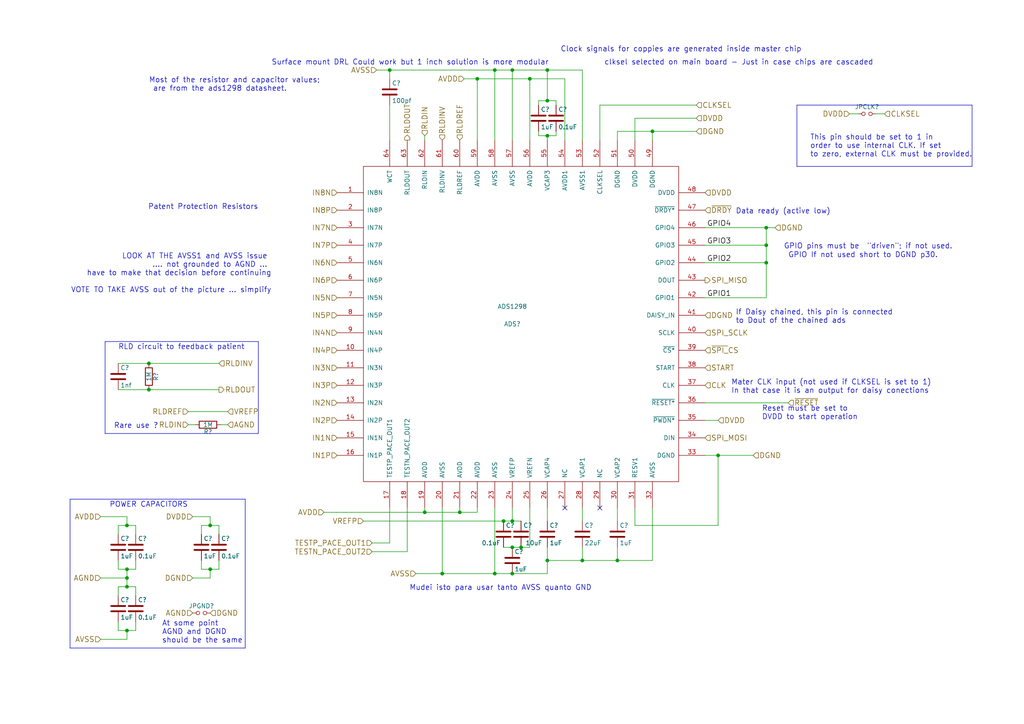
<source format=kicad_sch>
(kicad_sch (version 20231120) (generator "eeschema") (generator_version "8.0")
  (paper "A4")
  (title_block (title "ADC_ADS1298_Main") (date "18 jan 2017") (rev "0.01") (company "NCP") (comment 1 "Marcio Moraes") (comment 2 "NNC"))
  (lib_symbols
    (symbol "ADS1298:C" (pin_numbers hide) (pin_names (offset 0.254))
      (property "Reference" "C" (at 0.635 2.54 0))
      (property "Value" "C" (at 0.635 -2.54 0))
      (symbol "C_0_1"
        (polyline (pts (xy -2.032 -0.762) (xy 2.032 -0.762)) (stroke (width 0.508)))
        (polyline (pts (xy -2.032 0.762) (xy 2.032 0.762)) (stroke (width 0.508)))
      )
      (symbol "C_1_1"
        (pin passive line (at 0 3.81 270) (length 2.794) (name "~") (number "1"))
        (pin passive line (at 0 -3.81 90) (length 2.794) (name "~") (number "2"))
      )
    )
    (symbol "ADS1298:Jumper_NO_Small" (pin_numbers hide) (pin_names (offset 0.762) hide)
      (property "Reference" "JP" (at 0 2.032 0))
      (property "Value" "Jumper_NO_Small" (at 0.254 -1.524 0))
      (symbol "Jumper_NO_Small_0_1"
        (circle (center -1.016 0) (radius 0.508))
        (circle (center 1.016 0) (radius 0.508))
        (pin passive line (at -2.54 0 0) (length 1.016) (name "1") (number "1"))
        (pin passive line (at 2.54 0 180) (length 1.016) (name "2") (number "2"))
      )
    )
    (symbol "ADS1298:R" (pin_numbers hide) (pin_names (offset 0))
      (property "Reference" "R" (at 2.032 0 90))
      (property "Value" "R" (at 0 0 90))
      (symbol "R_0_1"
        (rectangle (start -1.016 -2.54) (end 1.016 2.54) (stroke (width 0.254)))
      )
      (symbol "R_1_1"
        (pin passive line (at 0 3.81 270) (length 1.27) (name "~") (number "1"))
        (pin passive line (at 0 -3.81 90) (length 1.27) (name "~") (number "2"))
      )
    )
    (symbol "ADS1298:ads1298" (pin_names (offset 1.016))
      (property "Reference" "U" (at 0 -3.81 0))
      (property "Value" "ads1298" (at 0 1.27 0))
      (symbol "ads1298_0_0"
        (rectangle (start -43.18 -48.26) (end 48.26 43.18))
      )
      (symbol "ads1298_1_1"
        (pin input line (at -50.8 35.56 0) (length 7.62) (name "IN8N") (number "1"))
        (pin input line (at -50.8 -10.16 0) (length 7.62) (name "IN4P") (number "10"))
        (pin input line (at -50.8 -15.24 0) (length 7.62) (name "IN3N") (number "11"))
        (pin input line (at -50.8 -20.32 0) (length 7.62) (name "IN3P") (number "12"))
        (pin input line (at -50.8 -25.4 0) (length 7.62) (name "IN2N") (number "13"))
        (pin input line (at -50.8 -30.48 0) (length 7.62) (name "IN2P") (number "14"))
        (pin input line (at -50.8 -35.56 0) (length 7.62) (name "IN1N") (number "15"))
        (pin input line (at -50.8 -40.64 0) (length 7.62) (name "IN1P") (number "16"))
        (pin passive line (at -35.56 -55.88 90) (length 7.62) (name "TESTP_PACE_OUT1") (number "17"))
        (pin passive line (at -30.48 -55.88 90) (length 7.62) (name "TESTN_PACE_OUT2") (number "18"))
        (pin input line (at -25.4 -55.88 90) (length 7.62) (name "AVDD") (number "19"))
        (pin input line (at -50.8 30.48 0) (length 7.62) (name "IN8P") (number "2"))
        (pin input line (at -20.32 -55.88 90) (length 7.62) (name "AVSS") (number "20"))
        (pin input line (at -15.24 -55.88 90) (length 7.62) (name "AVDD") (number "21"))
        (pin output line (at -10.16 -55.88 90) (length 7.62) (name "AVDD") (number "22"))
        (pin passive line (at -5.08 -55.88 90) (length 7.62) (name "AVSS") (number "23"))
        (pin bidirectional line (at 0 -55.88 90) (length 7.62) (name "VREFP") (number "24"))
        (pin input line (at 5.08 -55.88 90) (length 7.62) (name "VREFN") (number "25"))
        (pin passive line (at 10.16 -55.88 90) (length 7.62) (name "VCAP4") (number "26"))
        (pin input line (at 15.24 -55.88 90) (length 7.62) (name "NC") (number "27"))
        (pin passive line (at 20.32 -55.88 90) (length 7.62) (name "VCAP1") (number "28"))
        (pin input line (at 25.4 -55.88 90) (length 7.62) (name "NC") (number "29"))
        (pin input line (at -50.8 25.4 0) (length 7.62) (name "IN7N") (number "3"))
        (pin passive line (at 30.48 -55.88 90) (length 7.62) (name "VCAP2") (number "30"))
        (pin input line (at 35.56 -55.88 90) (length 7.62) (name "RESV1") (number "31"))
        (pin input line (at 40.64 -55.88 90) (length 7.62) (name "AVSS") (number "32"))
        (pin input line (at 55.88 -40.64 180) (length 7.62) (name "DGND") (number "33"))
        (pin passive line (at 55.88 -35.56 180) (length 7.62) (name "DIN") (number "34"))
        (pin input line (at 55.88 -30.48 180) (length 7.62) (name "~{PWDN*}") (number "35"))
        (pin input line (at 55.88 -25.4 180) (length 7.62) (name "~{RESET*}") (number "36"))
        (pin bidirectional line (at 55.88 -20.32 180) (length 7.62) (name "CLK") (number "37"))
        (pin passive line (at 55.88 -15.24 180) (length 7.62) (name "START") (number "38"))
        (pin passive line (at 55.88 -10.16 180) (length 7.62) (name "~{CS*}") (number "39"))
        (pin input line (at -50.8 20.32 0) (length 7.62) (name "IN7P") (number "4"))
        (pin passive line (at 55.88 -5.08 180) (length 7.62) (name "SCLK") (number "40"))
        (pin input line (at 55.88 0 180) (length 7.62) (name "DAISY_IN") (number "41"))
        (pin input line (at 55.88 5.08 180) (length 7.62) (name "GPIO1") (number "42"))
        (pin passive line (at 55.88 10.16 180) (length 7.62) (name "DOUT") (number "43"))
        (pin input line (at 55.88 15.24 180) (length 7.62) (name "GPIO2") (number "44"))
        (pin input line (at 55.88 20.32 180) (length 7.62) (name "GPIO3") (number "45"))
        (pin input line (at 55.88 25.4 180) (length 7.62) (name "GPIO4") (number "46"))
        (pin input line (at 55.88 30.48 180) (length 7.62) (name "~{DRDY*}") (number "47"))
        (pin input line (at 55.88 35.56 180) (length 7.62) (name "DVDD") (number "48"))
        (pin input line (at 40.64 50.8 270) (length 7.62) (name "DGND") (number "49"))
        (pin input line (at -50.8 15.24 0) (length 7.62) (name "IN6N") (number "5"))
        (pin input line (at 35.56 50.8 270) (length 7.62) (name "DVDD") (number "50"))
        (pin input line (at 30.48 50.8 270) (length 7.62) (name "DGND") (number "51"))
        (pin input line (at 25.4 50.8 270) (length 7.62) (name "CLKSEL") (number "52"))
        (pin input line (at 20.32 50.8 270) (length 7.62) (name "AVSS1") (number "53"))
        (pin input line (at 15.24 50.8 270) (length 7.62) (name "AVDD1") (number "54"))
        (pin passive line (at 10.16 50.8 270) (length 7.62) (name "VCAP3") (number "55"))
        (pin input line (at 5.08 50.8 270) (length 7.62) (name "AVDD") (number "56"))
        (pin input line (at 0 50.8 270) (length 7.62) (name "AVSS") (number "57"))
        (pin input line (at -5.08 50.8 270) (length 7.62) (name "AVSS") (number "58"))
        (pin input line (at -10.16 50.8 270) (length 7.62) (name "AVDD") (number "59"))
        (pin input line (at -50.8 10.16 0) (length 7.62) (name "IN6P") (number "6"))
        (pin input line (at -15.24 50.8 270) (length 7.62) (name "RLDREF") (number "60"))
        (pin input line (at -20.32 50.8 270) (length 7.62) (name "RLDINV") (number "61"))
        (pin input line (at -25.4 50.8 270) (length 7.62) (name "RLDIN") (number "62"))
        (pin input line (at -30.48 50.8 270) (length 7.62) (name "RLDOUT") (number "63"))
        (pin passive line (at -35.56 50.8 270) (length 7.62) (name "WCT") (number "64"))
        (pin input line (at -50.8 5.08 0) (length 7.62) (name "IN5N") (number "7"))
        (pin input line (at -50.8 0 0) (length 7.62) (name "IN5P") (number "8"))
        (pin input line (at -50.8 -5.08 0) (length 7.62) (name "IN4N") (number "9"))
      )
    )
  )
  (junction (at 36.83 170.18))
  (junction (at 146.05 151.13))
  (junction (at 113.03 20.32))
  (junction (at 36.83 182.88))
  (junction (at 179.07 162.56))
  (junction (at 158.75 162.56))
  (junction (at 36.83 165.1))
  (junction (at 43.18 113.03))
  (junction (at 208.28 132.08))
  (junction (at 158.75 29.21))
  (junction (at 158.75 39.37))
  (junction (at 60.96 152.4))
  (junction (at 138.43 22.86))
  (junction (at 143.51 166.37))
  (junction (at 123.19 148.59))
  (junction (at 222.25 66.04))
  (junction (at 36.83 152.4))
  (junction (at 133.35 148.59))
  (junction (at 168.91 162.56))
  (junction (at 36.83 167.64))
  (junction (at 148.59 151.13))
  (junction (at 151.13 158.75))
  (junction (at 143.51 20.32))
  (junction (at 222.25 76.2))
  (junction (at 153.67 22.86))
  (junction (at 158.75 20.32))
  (junction (at 128.27 166.37))
  (junction (at 148.59 158.75))
  (junction (at 189.23 38.1))
  (junction (at 60.96 165.1))
  (junction (at 148.59 20.32))
  (junction (at 222.25 71.12))
  (junction (at 43.18 105.41))
  (junction (at 148.59 166.37))
  (no_connect (at 163.83 147.32))
  (no_connect (at 173.99 147.32))
  (wire (pts (xy 118.11 160.02) (xy 118.11 147.32)))
  (wire (pts (xy 201.93 34.29) (xy 184.15 34.29)))
  (wire (pts (xy 123.19 39.37) (xy 123.19 40.64)))
  (polyline (pts (xy 20.32 144.78) (xy 20.32 187.96)))
  (wire (pts (xy 36.83 170.18) (xy 39.37 170.18)))
  (wire (pts (xy 156.21 29.21) (xy 156.21 30.48)))
  (wire (pts (xy 148.59 166.37) (xy 158.75 166.37)))
  (wire (pts (xy 134.62 22.86) (xy 138.43 22.86)))
  (wire (pts (xy 93.98 148.59) (xy 123.19 148.59)))
  (wire (pts (xy 208.28 152.4) (xy 184.15 152.4)))
  (wire (pts (xy 34.29 162.56) (xy 34.29 165.1)))
  (wire (pts (xy 113.03 20.32) (xy 143.51 20.32)))
  (wire (pts (xy 133.35 148.59) (xy 138.43 148.59)))
  (polyline (pts (xy 231.14 30.48) (xy 231.14 48.26)))
  (polyline (pts (xy 30.48 99.06) (xy 74.93 99.06)))
  (polyline (pts (xy 281.94 48.26) (xy 281.94 30.48)))
  (wire (pts (xy 156.21 39.37) (xy 158.75 39.37)))
  (wire (pts (xy 107.95 157.48) (xy 113.03 157.48)))
  (wire (pts (xy 208.28 132.08) (xy 218.44 132.08)))
  (wire (pts (xy 204.47 66.04) (xy 222.25 66.04)))
  (wire (pts (xy 148.59 151.13) (xy 148.59 147.32)))
  (wire (pts (xy 34.29 105.41) (xy 43.18 105.41)))
  (wire (pts (xy 158.75 20.32) (xy 158.75 29.21)))
  (wire (pts (xy 58.42 152.4) (xy 60.96 152.4)))
  (wire (pts (xy 156.21 38.1) (xy 156.21 39.37)))
  (wire (pts (xy 34.29 113.03) (xy 43.18 113.03)))
  (wire (pts (xy 63.5 165.1) (xy 63.5 162.56)))
  (wire (pts (xy 179.07 162.56) (xy 179.07 158.75)))
  (wire (pts (xy 168.91 162.56) (xy 168.91 158.75)))
  (wire (pts (xy 173.99 40.64) (xy 173.99 30.48)))
  (wire (pts (xy 36.83 152.4) (xy 39.37 152.4)))
  (wire (pts (xy 120.65 166.37) (xy 128.27 166.37)))
  (wire (pts (xy 158.75 166.37) (xy 158.75 162.56)))
  (wire (pts (xy 173.99 30.48) (xy 201.93 30.48)))
  (wire (pts (xy 36.83 167.64) (xy 29.21 167.64)))
  (polyline (pts (xy 281.94 30.48) (xy 231.14 30.48)))
  (wire (pts (xy 158.75 39.37) (xy 158.75 40.64)))
  (wire (pts (xy 113.03 40.64) (xy 113.03 30.48)))
  (wire (pts (xy 36.83 165.1) (xy 36.83 167.64)))
  (wire (pts (xy 163.83 22.86) (xy 163.83 40.64)))
  (wire (pts (xy 39.37 182.88) (xy 39.37 180.34)))
  (polyline (pts (xy 71.12 144.78) (xy 20.32 144.78)))
  (wire (pts (xy 222.25 71.12) (xy 222.25 76.2)))
  (wire (pts (xy 148.59 20.32) (xy 148.59 40.64)))
  (wire (pts (xy 138.43 148.59) (xy 138.43 147.32)))
  (wire (pts (xy 36.83 165.1) (xy 39.37 165.1)))
  (wire (pts (xy 208.28 121.92) (xy 204.47 121.92)))
  (wire (pts (xy 60.96 149.86) (xy 60.96 152.4)))
  (wire (pts (xy 158.75 29.21) (xy 161.29 29.21)))
  (wire (pts (xy 58.42 162.56) (xy 58.42 165.1)))
  (wire (pts (xy 138.43 22.86) (xy 138.43 40.64)))
  (wire (pts (xy 146.05 158.75) (xy 148.59 158.75)))
  (wire (pts (xy 204.47 132.08) (xy 208.28 132.08)))
  (wire (pts (xy 161.29 29.21) (xy 161.29 30.48)))
  (wire (pts (xy 113.03 20.32) (xy 113.03 22.86)))
  (wire (pts (xy 60.96 165.1) (xy 63.5 165.1)))
  (polyline (pts (xy 231.14 48.26) (xy 281.94 48.26)))
  (wire (pts (xy 58.42 165.1) (xy 60.96 165.1)))
  (wire (pts (xy 204.47 71.12) (xy 222.25 71.12)))
  (wire (pts (xy 189.23 162.56) (xy 189.23 147.32)))
  (wire (pts (xy 168.91 147.32) (xy 168.91 151.13)))
  (wire (pts (xy 34.29 182.88) (xy 36.83 182.88)))
  (wire (pts (xy 146.05 151.13) (xy 148.59 151.13)))
  (wire (pts (xy 208.28 132.08) (xy 208.28 152.4)))
  (wire (pts (xy 222.25 76.2) (xy 222.25 86.36)))
  (wire (pts (xy 222.25 66.04) (xy 224.79 66.04)))
  (wire (pts (xy 222.25 86.36) (xy 204.47 86.36)))
  (wire (pts (xy 39.37 152.4) (xy 39.37 154.94)))
  (wire (pts (xy 66.04 123.19) (xy 64.135 123.19)))
  (wire (pts (xy 34.29 165.1) (xy 36.83 165.1)))
  (wire (pts (xy 184.15 152.4) (xy 184.15 147.32)))
  (wire (pts (xy 123.19 147.32) (xy 123.19 148.59)))
  (wire (pts (xy 109.22 20.32) (xy 113.03 20.32)))
  (polyline (pts (xy 74.93 99.06) (xy 74.93 125.73)))
  (wire (pts (xy 153.67 22.86) (xy 163.83 22.86)))
  (wire (pts (xy 148.59 20.32) (xy 158.75 20.32)))
  (wire (pts (xy 222.25 66.04) (xy 222.25 71.12)))
  (wire (pts (xy 168.91 162.56) (xy 179.07 162.56)))
  (wire (pts (xy 34.29 180.34) (xy 34.29 182.88)))
  (wire (pts (xy 133.35 147.32) (xy 133.35 148.59)))
  (wire (pts (xy 151.13 158.75) (xy 153.67 158.75)))
  (polyline (pts (xy 71.12 187.96) (xy 71.12 144.78)))
  (wire (pts (xy 143.51 166.37) (xy 148.59 166.37)))
  (wire (pts (xy 36.83 149.86) (xy 36.83 152.4)))
  (wire (pts (xy 179.07 147.32) (xy 179.07 151.13)))
  (wire (pts (xy 55.88 149.86) (xy 60.96 149.86)))
  (wire (pts (xy 113.03 157.48) (xy 113.03 147.32)))
  (wire (pts (xy 128.27 147.32) (xy 128.27 166.37)))
  (wire (pts (xy 107.95 160.02) (xy 118.11 160.02)))
  (wire (pts (xy 158.75 162.56) (xy 168.91 162.56)))
  (wire (pts (xy 34.29 152.4) (xy 34.29 154.94)))
  (wire (pts (xy 43.18 105.41) (xy 63.5 105.41)))
  (wire (pts (xy 36.83 185.42) (xy 29.21 185.42)))
  (wire (pts (xy 184.15 34.29) (xy 184.15 40.64)))
  (wire (pts (xy 158.75 162.56) (xy 158.75 158.75)))
  (polyline (pts (xy 20.32 187.96) (xy 71.12 187.96)))
  (wire (pts (xy 138.43 22.86) (xy 153.67 22.86)))
  (wire (pts (xy 256.54 33.02) (xy 254 33.02)))
  (wire (pts (xy 179.07 162.56) (xy 189.23 162.56)))
  (wire (pts (xy 128.27 166.37) (xy 143.51 166.37)))
  (wire (pts (xy 105.41 151.13) (xy 146.05 151.13)))
  (wire (pts (xy 148.59 158.75) (xy 151.13 158.75)))
  (wire (pts (xy 39.37 170.18) (xy 39.37 172.72)))
  (wire (pts (xy 54.61 119.38) (xy 66.04 119.38)))
  (wire (pts (xy 161.29 39.37) (xy 161.29 38.1)))
  (wire (pts (xy 204.47 116.84) (xy 228.6 116.84)))
  (wire (pts (xy 29.21 149.86) (xy 36.83 149.86)))
  (wire (pts (xy 58.42 152.4) (xy 58.42 154.94)))
  (wire (pts (xy 156.21 29.21) (xy 158.75 29.21)))
  (wire (pts (xy 60.96 165.1) (xy 60.96 167.64)))
  (wire (pts (xy 143.51 20.32) (xy 148.59 20.32)))
  (wire (pts (xy 43.18 113.03) (xy 63.5 113.03)))
  (wire (pts (xy 246.38 33.02) (xy 248.92 33.02)))
  (wire (pts (xy 158.75 147.32) (xy 158.75 151.13)))
  (wire (pts (xy 36.83 182.88) (xy 36.83 185.42)))
  (wire (pts (xy 168.91 20.32) (xy 168.91 40.64)))
  (wire (pts (xy 123.19 148.59) (xy 133.35 148.59)))
  (wire (pts (xy 143.51 20.32) (xy 143.51 40.64)))
  (wire (pts (xy 39.37 165.1) (xy 39.37 162.56)))
  (wire (pts (xy 34.29 152.4) (xy 36.83 152.4)))
  (wire (pts (xy 179.07 38.1) (xy 179.07 40.64)))
  (wire (pts (xy 34.29 170.18) (xy 36.83 170.18)))
  (wire (pts (xy 158.75 20.32) (xy 168.91 20.32)))
  (wire (pts (xy 158.75 39.37) (xy 161.29 39.37)))
  (wire (pts (xy 54.61 123.19) (xy 56.515 123.19)))
  (wire (pts (xy 60.96 152.4) (xy 63.5 152.4)))
  (wire (pts (xy 204.47 76.2) (xy 222.25 76.2)))
  (wire (pts (xy 36.83 182.88) (xy 39.37 182.88)))
  (wire (pts (xy 148.59 151.13) (xy 151.13 151.13)))
  (wire (pts (xy 179.07 38.1) (xy 189.23 38.1)))
  (wire (pts (xy 60.96 167.64) (xy 55.88 167.64)))
  (wire (pts (xy 143.51 147.32) (xy 143.51 166.37)))
  (wire (pts (xy 189.23 38.1) (xy 201.93 38.1)))
  (polyline (pts (xy 30.48 125.73) (xy 30.48 99.06)))
  (polyline (pts (xy 74.93 125.73) (xy 30.48 125.73)))
  (wire (pts (xy 63.5 152.4) (xy 63.5 154.94)))
  (wire (pts (xy 36.83 167.64) (xy 36.83 170.18)))
  (wire (pts (xy 153.67 22.86) (xy 153.67 40.64)))
  (wire (pts (xy 34.29 170.18) (xy 34.29 172.72)))
  (wire (pts (xy 189.23 38.1) (xy 189.23 40.64)))
  (wire (pts (xy 153.67 147.32) (xy 153.67 158.75)))
  (text "Mater CLK input (not used if CLKSEL is set to 1)\nIn that case it is an output for daisy conections" (at 212.09 114.3 0) (effects (font (size 1.524 1.524)) (justify left bottom)))
  (text "GPIO If not used short to DGND p30." (at 228.6 74.93 0) (effects (font (size 1.524 1.524)) (justify left bottom)))
  (text "RLD circuit to feedback patient" (at 34.29 101.6 0) (effects (font (size 1.524 1.524)) (justify left bottom)))
  (text "This pin should be set to 1 in \norder to use internal CLK. If set \nto zero, external CLK must be provided." (at 234.95 45.72 0) (effects (font (size 1.524 1.524)) (justify left bottom)))
  (text "Rare use ?" (at 33.02 124.46 0) (effects (font (size 1.524 1.524)) (justify left bottom)))
  (text "If Daisy chained, this pin is connected \nto Dout of the chained ads" (at 213.36 93.98 0) (effects (font (size 1.524 1.524)) (justify left bottom)))
  (text "GPIO pins must be  \"driven\"; if not used.\n" (at 227.33 72.39 0) (effects (font (size 1.524 1.524)) (justify left bottom)))
  (text "clksel selected on main board - Just in case chips are cascaded" (at 175.26 19.05 0) (effects (font (size 1.524 1.524)) (justify left bottom)))
  (text "Mudei isto para usar tanto AVSS quanto GND" (at 118.745 171.45 0) (effects (font (size 1.524 1.524)) (justify left bottom)))
  (text "Most of the resistor and capacitor values;\n are from the ads1298 datasheet." (at 43.18 26.67 0) (effects (font (size 1.524 1.524)) (justify left bottom)))
  (text "POWER CAPACITORS" (at 31.75 147.32 0) (effects (font (size 1.524 1.524)) (justify left bottom)))
  (text "Reset must be set to \nDVDD to start operation" (at 220.98 121.92 0) (effects (font (size 1.524 1.524)) (justify left bottom)))
  (text "Patent Protection Resistors\n" (at 74.93 60.96 0) (effects (font (size 1.524 1.524)) (justify right bottom)))
  (text "Data ready (active low)" (at 213.36 62.23 0) (effects (font (size 1.524 1.524)) (justify left bottom)))
  (text "LOOK AT THE AVSS1 and AVSS issue \n.... not grounded to AGND ... \nhave to make that decision before continuing\n\nVOTE TO TAKE AVSS out of the picture ... simplify" (at 78.74 85.09 0) (effects (font (size 1.524 1.524)) (justify right bottom)))
  (text "At some point\nAGND and DGND\nshould be the same" (at 46.99 186.69 0) (effects (font (size 1.524 1.524)) (justify left bottom)))
  (text "Clock signals for coppies are generated inside master chip" (at 162.56 15.24 0) (effects (font (size 1.524 1.524)) (justify left bottom)))
  (text "Surface mount DRL Could work but 1 inch solution is more modular" (at 78.74 19.05 0) (effects (font (size 1.524 1.524)) (justify left bottom)))
  (label "GPIO3" (at 212.09 71.12 180) (effects (font (size 1.524 1.524))))
  (label "GPIO1" (at 212.09 86.36 180) (effects (font (size 1.524 1.524))))
  (label "GPIO4" (at 212.09 66.04 180) (effects (font (size 1.524 1.524))))
  (label "GPIO2" (at 212.09 76.2 180) (effects (font (size 1.524 1.524))))
  (hierarchical_label "AVDD" (shape input) (at 29.21 149.86 180) (effects (font (size 1.524 1.524))))
  (hierarchical_label "IN3N" (shape input) (at 97.79 106.68 180) (effects (font (size 1.524 1.524))))
  (hierarchical_label "DVDD" (shape input) (at 208.28 121.92 0) (effects (font (size 1.524 1.524))))
  (hierarchical_label "AVDD" (shape input) (at 134.62 22.86 180) (effects (font (size 1.524 1.524))))
  (hierarchical_label "VREFP" (shape input) (at 105.41 151.13 180) (effects (font (size 1.524 1.524))))
  (hierarchical_label "DGND" (shape input) (at 204.47 91.44 0) (effects (font (size 1.524 1.524))))
  (hierarchical_label "DGND" (shape input) (at 60.96 177.8 0) (effects (font (size 1.524 1.524))))
  (hierarchical_label "RLDOUT" (shape output) (at 63.5 113.03 0) (effects (font (size 1.524 1.524))))
  (hierarchical_label "IN8P" (shape input) (at 97.79 60.96 180) (effects (font (size 1.524 1.524))))
  (hierarchical_label "IN8N" (shape input) (at 97.79 55.88 180) (effects (font (size 1.524 1.524))))
  (hierarchical_label "RLDINV" (shape input) (at 63.5 105.41 0) (effects (font (size 1.524 1.524))))
  (hierarchical_label "IN2P" (shape input) (at 97.79 121.92 180) (effects (font (size 1.524 1.524))))
  (hierarchical_label "DGND" (shape input) (at 55.88 167.64 180) (effects (font (size 1.524 1.524))))
  (hierarchical_label "START" (shape input) (at 204.47 106.68 0) (effects (font (size 1.524 1.524))))
  (hierarchical_label "TESTP_PACE_OUT1" (shape input) (at 107.95 157.48 180) (effects (font (size 1.524 1.524))))
  (hierarchical_label "AVSS" (shape input) (at 120.65 166.37 180) (effects (font (size 1.524 1.524))))
  (hierarchical_label "~{SPI_}CS" (shape input) (at 204.47 101.6 0) (effects (font (size 1.524 1.524))))
  (hierarchical_label "VREFP" (shape input) (at 66.04 119.38 0) (effects (font (size 1.524 1.524))))
  (hierarchical_label "DVDD" (shape input) (at 204.47 55.88 0) (effects (font (size 1.524 1.524))))
  (hierarchical_label "RLDREF" (shape input) (at 54.61 119.38 180) (effects (font (size 1.524 1.524))))
  (hierarchical_label "DVDD" (shape input) (at 55.88 149.86 180) (effects (font (size 1.524 1.524))))
  (hierarchical_label "IN4P" (shape input) (at 97.79 101.6 180) (effects (font (size 1.524 1.524))))
  (hierarchical_label "IN5N" (shape input) (at 97.79 86.36 180) (effects (font (size 1.524 1.524))))
  (hierarchical_label "IN6P" (shape input) (at 97.79 81.28 180) (effects (font (size 1.524 1.524))))
  (hierarchical_label "IN3P" (shape input) (at 97.79 111.76 180) (effects (font (size 1.524 1.524))))
  (hierarchical_label "RLDIN" (shape input) (at 123.19 39.37 90) (effects (font (size 1.524 1.524))))
  (hierarchical_label "IN7N" (shape input) (at 97.79 66.04 180) (effects (font (size 1.524 1.524))))
  (hierarchical_label "TESTN_PACE_OUT2" (shape input) (at 107.95 160.02 180) (effects (font (size 1.524 1.524))))
  (hierarchical_label "AVDD" (shape input) (at 93.98 148.59 180) (effects (font (size 1.524 1.524))))
  (hierarchical_label "IN1P" (shape input) (at 97.79 132.08 180) (effects (font (size 1.524 1.524))))
  (hierarchical_label "CLKSEL" (shape input) (at 256.54 33.02 0) (effects (font (size 1.524 1.524))))
  (hierarchical_label "IN5P" (shape input) (at 97.79 91.44 180) (effects (font (size 1.524 1.524))))
  (hierarchical_label "SPI_MISO" (shape output) (at 204.47 81.28 0) (effects (font (size 1.524 1.524))))
  (hierarchical_label "DGND" (shape input) (at 201.93 38.1 0) (effects (font (size 1.524 1.524))))
  (hierarchical_label "DGND" (shape input) (at 224.79 66.04 0) (effects (font (size 1.524 1.524))))
  (hierarchical_label "RLDINV" (shape input) (at 128.27 40.64 90) (effects (font (size 1.524 1.524))))
  (hierarchical_label "RLDIN" (shape input) (at 54.61 123.19 180) (effects (font (size 1.524 1.524))))
  (hierarchical_label "DVDD" (shape input) (at 201.93 34.29 0) (effects (font (size 1.524 1.524))))
  (hierarchical_label "SPI_SCLK" (shape input) (at 204.47 96.52 0) (effects (font (size 1.524 1.524))))
  (hierarchical_label "IN6N" (shape input) (at 97.79 76.2 180) (effects (font (size 1.524 1.524))))
  (hierarchical_label "AGND" (shape input) (at 55.88 177.8 180) (effects (font (size 1.524 1.524))))
  (hierarchical_label "RLDOUT" (shape output) (at 118.11 40.64 90) (effects (font (size 1.524 1.524))))
  (hierarchical_label "DVDD" (shape input) (at 246.38 33.02 180) (effects (font (size 1.524 1.524))))
  (hierarchical_label "AGND" (shape input) (at 66.04 123.19 0) (effects (font (size 1.524 1.524))))
  (hierarchical_label "AGND" (shape input) (at 29.21 167.64 180) (effects (font (size 1.524 1.524))))
  (hierarchical_label "RLDREF" (shape input) (at 133.35 40.64 90) (effects (font (size 1.524 1.524))))
  (hierarchical_label "CLKSEL" (shape input) (at 201.93 30.48 0) (effects (font (size 1.524 1.524))))
  (hierarchical_label "~{DRDY}" (shape input) (at 204.47 60.96 0) (effects (font (size 1.524 1.524))))
  (hierarchical_label "CLK" (shape input) (at 204.47 111.76 0) (effects (font (size 1.524 1.524))))
  (hierarchical_label "AVSS" (shape input) (at 109.22 20.32 180) (effects (font (size 1.524 1.524))))
  (hierarchical_label "SPI_MOSI" (shape input) (at 204.47 127 0) (effects (font (size 1.524 1.524))))
  (hierarchical_label "~{RESET}" (shape input) (at 228.6 116.84 0) (effects (font (size 1.524 1.524))))
  (hierarchical_label "AVSS" (shape input) (at 29.21 185.42 180) (effects (font (size 1.524 1.524))))
  (hierarchical_label "IN1N" (shape input) (at 97.79 127 180) (effects (font (size 1.524 1.524))))
  (hierarchical_label "IN4N" (shape input) (at 97.79 96.52 180) (effects (font (size 1.524 1.524))))
  (hierarchical_label "IN7P" (shape input) (at 97.79 71.12 180) (effects (font (size 1.524 1.524))))
  (hierarchical_label "IN2N" (shape input) (at 97.79 116.84 180) (effects (font (size 1.524 1.524))))
  (hierarchical_label "DGND" (shape input) (at 218.44 132.08 0) (effects (font (size 1.524 1.524))))
  (symbol (lib_id "ADS1298:ads1298") (at 148.59 91.44 0) (unit 1)
    (property "Reference" "ADS?" (at 148.59 93.98 0))
    (property "Value" "ADS1298" (at 148.59 88.9 0))
    (property "Footprint" "Package_QFP:TQFP-64_10x10mm_P0.5mm" (effects (hide yes)))
  )
  (symbol (lib_id "ADS1298:R") (at 43.18 109.22 0) (unit 1)
    (property "Reference" "R?" (at 45.212 109.22 90))
    (property "Value" "1M" (at 43.18 109.22 90))
    (property "Footprint" "Resistors_SMD:R_0603_HandSoldering" (effects (hide yes)))
  )
  (symbol (lib_id "ADS1298:C") (at 34.29 109.22 0) (unit 1)
    (property "Reference" "C?" (at 34.925 106.68 0) (effects (justify left)))
    (property "Value" "1nf" (at 34.925 111.76 0) (effects (justify left)))
    (property "Footprint" "Capacitors_SMD:C_0603_HandSoldering" (effects (hide yes)))
  )
  (symbol (lib_id "ADS1298:C") (at 168.91 154.94 0) (unit 1)
    (property "Reference" "C?" (at 169.545 152.4 0) (effects (justify left)))
    (property "Value" "22uF" (at 169.545 157.48 0) (effects (justify left)))
    (property "Footprint" "Capacitors_SMD:C_0603_HandSoldering" (effects (hide yes)))
  )
  (symbol (lib_id "ADS1298:C") (at 179.07 154.94 0) (unit 1)
    (property "Reference" "C?" (at 179.705 152.4 0) (effects (justify left)))
    (property "Value" "1uF" (at 179.705 157.48 0) (effects (justify left)))
    (property "Footprint" "Capacitors_SMD:C_0603_HandSoldering" (effects (hide yes)))
  )
  (symbol (lib_id "ADS1298:C") (at 151.13 154.94 0) (unit 1)
    (property "Reference" "C?" (at 151.765 152.4 0) (effects (justify left)))
    (property "Value" "10uF" (at 152.4 157.48 0) (effects (justify left)))
    (property "Footprint" "Capacitors_SMD:C_0603_HandSoldering" (effects (hide yes)))
  )
  (symbol (lib_id "ADS1298:C") (at 146.05 154.94 0) (unit 1)
    (property "Reference" "C?" (at 146.685 152.4 0) (effects (justify left)))
    (property "Value" "0.1uF" (at 139.7 157.48 0) (effects (justify left)))
    (property "Footprint" "Capacitors_SMD:C_0603_HandSoldering" (effects (hide yes)))
  )
  (symbol (lib_id "ADS1298:C") (at 158.75 154.94 0) (unit 1)
    (property "Reference" "C?" (at 159.385 152.4 0) (effects (justify left)))
    (property "Value" "1uF" (at 159.385 157.48 0) (effects (justify left)))
    (property "Footprint" "Capacitors_SMD:C_0603_HandSoldering" (effects (hide yes)))
  )
  (symbol (lib_id "ADS1298:C") (at 39.37 158.75 0) (unit 1)
    (property "Reference" "C?" (at 40.005 156.21 0) (effects (justify left)))
    (property "Value" "0.1uF" (at 40.005 161.29 0) (effects (justify left)))
    (property "Footprint" "Capacitors_SMD:C_0603_HandSoldering" (effects (hide yes)))
  )
  (symbol (lib_id "ADS1298:C") (at 34.29 158.75 0) (unit 1)
    (property "Reference" "C?" (at 34.925 156.21 0) (effects (justify left)))
    (property "Value" "1uF" (at 34.925 161.29 0) (effects (justify left)))
    (property "Footprint" "Capacitors_SMD:C_0603_HandSoldering" (effects (hide yes)))
  )
  (symbol (lib_id "ADS1298:C") (at 39.37 176.53 0) (unit 1)
    (property "Reference" "C?" (at 40.005 173.99 0) (effects (justify left)))
    (property "Value" "0.1uF" (at 40.005 179.07 0) (effects (justify left)))
    (property "Footprint" "Capacitors_SMD:C_0603_HandSoldering" (effects (hide yes)))
  )
  (symbol (lib_id "ADS1298:C") (at 34.29 176.53 0) (unit 1)
    (property "Reference" "C?" (at 34.925 173.99 0) (effects (justify left)))
    (property "Value" "1uF" (at 34.925 179.07 0) (effects (justify left)))
    (property "Footprint" "Capacitors_SMD:C_0603_HandSoldering" (effects (hide yes)))
  )
  (symbol (lib_id "ADS1298:C") (at 63.5 158.75 0) (unit 1)
    (property "Reference" "C?" (at 64.135 156.21 0) (effects (justify left)))
    (property "Value" "0.1uF" (at 64.135 161.29 0) (effects (justify left)))
    (property "Footprint" "Capacitors_SMD:C_0603_HandSoldering" (effects (hide yes)))
  )
  (symbol (lib_id "ADS1298:C") (at 58.42 158.75 0) (unit 1)
    (property "Reference" "C?" (at 59.055 156.21 0) (effects (justify left)))
    (property "Value" "1uF" (at 59.055 161.29 0) (effects (justify left)))
    (property "Footprint" "Capacitors_SMD:C_0603_HandSoldering" (effects (hide yes)))
  )
  (symbol (lib_id "ADS1298:C") (at 161.29 34.29 0) (unit 1)
    (property "Reference" "C?" (at 161.925 31.75 0) (effects (justify left)))
    (property "Value" "0.1uF" (at 161.925 36.83 0) (effects (justify left)))
    (property "Footprint" "Capacitors_SMD:C_0603_HandSoldering" (effects (hide yes)))
  )
  (symbol (lib_id "ADS1298:C") (at 156.21 34.29 0) (unit 1)
    (property "Reference" "C?" (at 156.845 31.75 0) (effects (justify left)))
    (property "Value" "1uF" (at 156.845 36.83 0) (effects (justify left)))
    (property "Footprint" "Capacitors_SMD:C_0603_HandSoldering" (effects (hide yes)))
  )
  (symbol (lib_id "ADS1298:C") (at 113.03 26.67 0) (unit 1)
    (property "Reference" "C?" (at 113.665 24.13 0) (effects (justify left)))
    (property "Value" "100pf" (at 113.665 29.21 0) (effects (justify left)))
    (property "Footprint" "Capacitors_SMD:C_0603_HandSoldering" (effects (hide yes)))
  )
  (symbol (lib_id "ADS1298:Jumper_NO_Small") (at 251.46 33.02 0) (unit 1)
    (property "Reference" "JPCLK?" (at 251.46 30.988 0))
    (property "Value" "Jumper_NO_Small" (effects (hide yes)))
    (property "Footprint" "Capacitors_SMD:C_0603_HandSoldering" (effects (hide yes)))
  )
  (symbol (lib_id "ADS1298:Jumper_NO_Small") (at 58.42 177.8 0) (unit 1)
    (property "Reference" "JPGND?" (at 58.42 175.768 0))
    (property "Value" "Jumper_NO_Small" (effects (hide yes)))
    (property "Footprint" "Capacitors_SMD:C_0603_HandSoldering" (effects (hide yes)))
  )
  (symbol (lib_id "ADS1298:C") (at 148.59 162.56 0) (unit 1)
    (property "Reference" "C?" (at 149.225 160.02 0) (effects (justify left)))
    (property "Value" "1uF" (at 149.225 165.1 0) (effects (justify left)))
    (property "Footprint" "Capacitors_SMD:C_0603_HandSoldering" (effects (hide yes)))
  )
  (symbol (lib_id "ADS1298:R") (at 60.325 123.19 270) (unit 1)
    (property "Reference" "R?" (at 60.325 125.222 90))
    (property "Value" "1M" (at 60.325 123.19 90))
    (property "Footprint" "Resistors_SMD:R_0603_HandSoldering" (effects (hide yes)))
  )
)
</source>
